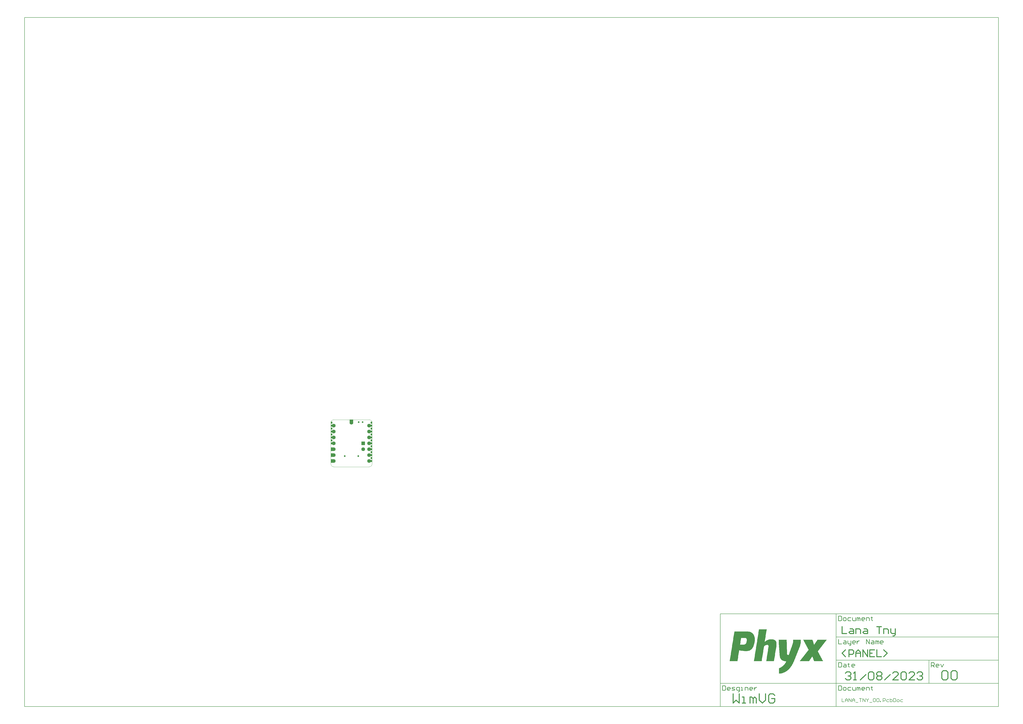
<source format=gbs>
G04*
G04 #@! TF.GenerationSoftware,Altium Limited,Altium Designer,23.8.1 (32)*
G04*
G04 Layer_Color=16711935*
%FSLAX25Y25*%
%MOIN*%
G70*
G04*
G04 #@! TF.SameCoordinates,792C4401-852F-49E4-8EEA-156BCAAEB04F*
G04*
G04*
G04 #@! TF.FilePolarity,Negative*
G04*
G01*
G75*
%ADD10C,0.00984*%
%ADD12C,0.00394*%
%ADD13C,0.00787*%
%ADD16C,0.01575*%
%ADD49C,0.02953*%
%ADD50C,0.02756*%
%ADD51R,0.02894X0.03543*%
%ADD52R,0.06299X0.05394*%
%ADD53C,0.06299*%
%ADD54R,0.06299X0.06299*%
%ADD55R,0.05394X0.06299*%
G36*
X708815Y-279574D02*
X710533D01*
Y-279860D01*
X711392D01*
Y-280146D01*
X712251D01*
Y-280433D01*
X713110D01*
Y-280719D01*
X713683D01*
Y-281005D01*
X713969D01*
Y-281292D01*
X714542D01*
Y-281578D01*
X714828D01*
Y-281864D01*
X715401D01*
Y-282151D01*
X715687D01*
Y-282437D01*
X715973D01*
Y-282723D01*
X716260D01*
Y-283009D01*
X716546D01*
Y-283296D01*
X716832D01*
Y-283582D01*
X717119D01*
Y-283868D01*
Y-284155D01*
X717405D01*
Y-284441D01*
X717691D01*
Y-284727D01*
Y-285014D01*
X717978D01*
Y-285300D01*
X718264D01*
Y-285586D01*
Y-285873D01*
X718550D01*
Y-286159D01*
Y-286445D01*
Y-286732D01*
X718836D01*
Y-287018D01*
Y-287304D01*
Y-287590D01*
X719123D01*
Y-287877D01*
Y-288163D01*
Y-288449D01*
Y-288736D01*
X719409D01*
Y-289022D01*
Y-289308D01*
Y-289595D01*
Y-289881D01*
Y-290167D01*
X719695D01*
Y-290454D01*
Y-290740D01*
Y-291026D01*
Y-291313D01*
Y-291599D01*
Y-291885D01*
Y-292171D01*
Y-292458D01*
Y-292744D01*
Y-293030D01*
Y-293317D01*
Y-293603D01*
Y-293889D01*
Y-294176D01*
Y-294462D01*
Y-294748D01*
Y-295035D01*
Y-295321D01*
Y-295607D01*
Y-295894D01*
X719409D01*
Y-296180D01*
Y-296466D01*
Y-296752D01*
Y-297039D01*
Y-297325D01*
Y-297611D01*
Y-297898D01*
X719123D01*
Y-298184D01*
Y-298470D01*
Y-298757D01*
Y-299043D01*
Y-299329D01*
X718836D01*
Y-299616D01*
Y-299902D01*
Y-300188D01*
Y-300475D01*
Y-300761D01*
X718550D01*
Y-301047D01*
Y-301333D01*
Y-301620D01*
X718264D01*
Y-301906D01*
Y-302192D01*
Y-302479D01*
Y-302765D01*
X717978D01*
Y-303051D01*
Y-303338D01*
Y-303624D01*
X717691D01*
Y-303910D01*
Y-304197D01*
X717405D01*
Y-304483D01*
Y-304769D01*
Y-305055D01*
X717119D01*
Y-305342D01*
Y-305628D01*
X716832D01*
Y-305914D01*
Y-306201D01*
X716546D01*
Y-306487D01*
Y-306773D01*
X716260D01*
Y-307060D01*
X715973D01*
Y-307346D01*
Y-307632D01*
X715687D01*
Y-307919D01*
X715401D01*
Y-308205D01*
X715114D01*
Y-308491D01*
Y-308778D01*
X714828D01*
Y-309064D01*
X714542D01*
Y-309350D01*
X714256D01*
Y-309636D01*
X713969D01*
Y-309923D01*
X713683D01*
Y-310209D01*
X713110D01*
Y-310495D01*
X712824D01*
Y-310782D01*
X712251D01*
Y-311068D01*
X711965D01*
Y-311354D01*
X711392D01*
Y-311641D01*
X710533D01*
Y-311927D01*
X709674D01*
Y-312213D01*
X708815D01*
Y-312500D01*
X707098D01*
Y-312786D01*
X701944D01*
Y-312500D01*
X699367D01*
Y-312213D01*
X697363D01*
Y-311927D01*
X695931D01*
Y-311641D01*
X694500D01*
Y-311354D01*
X693068D01*
Y-311641D01*
Y-311927D01*
Y-312213D01*
Y-312500D01*
Y-312786D01*
Y-313072D01*
Y-313359D01*
X692782D01*
Y-313645D01*
Y-313931D01*
Y-314217D01*
Y-314504D01*
Y-314790D01*
Y-315076D01*
X692496D01*
Y-315363D01*
Y-315649D01*
Y-315935D01*
Y-316222D01*
Y-316508D01*
Y-316794D01*
X692209D01*
Y-317081D01*
Y-317367D01*
Y-317653D01*
Y-317940D01*
Y-318226D01*
Y-318512D01*
Y-318798D01*
X691923D01*
Y-319085D01*
Y-319371D01*
Y-319657D01*
Y-319944D01*
Y-320230D01*
Y-320516D01*
X691637D01*
Y-320803D01*
Y-321089D01*
Y-321375D01*
Y-321662D01*
Y-321948D01*
Y-322234D01*
X691350D01*
Y-322521D01*
Y-322807D01*
Y-323093D01*
Y-323379D01*
Y-323666D01*
Y-323952D01*
Y-324238D01*
X691064D01*
Y-324525D01*
Y-324811D01*
Y-325097D01*
Y-325384D01*
Y-325670D01*
Y-325956D01*
X690778D01*
Y-326243D01*
Y-326529D01*
Y-326815D01*
Y-327102D01*
Y-327388D01*
Y-327674D01*
X690491D01*
Y-327960D01*
Y-328247D01*
Y-328533D01*
Y-328819D01*
Y-329106D01*
Y-329392D01*
Y-329678D01*
X677035D01*
Y-329392D01*
X677321D01*
Y-329106D01*
Y-328819D01*
Y-328533D01*
Y-328247D01*
Y-327960D01*
X677607D01*
Y-327674D01*
Y-327388D01*
Y-327102D01*
Y-326815D01*
Y-326529D01*
Y-326243D01*
Y-325956D01*
X677894D01*
Y-325670D01*
Y-325384D01*
Y-325097D01*
Y-324811D01*
Y-324525D01*
Y-324238D01*
X678180D01*
Y-323952D01*
Y-323666D01*
Y-323379D01*
Y-323093D01*
Y-322807D01*
Y-322521D01*
X678466D01*
Y-322234D01*
Y-321948D01*
Y-321662D01*
Y-321375D01*
Y-321089D01*
Y-320803D01*
Y-320516D01*
X678753D01*
Y-320230D01*
Y-319944D01*
Y-319657D01*
Y-319371D01*
Y-319085D01*
Y-318798D01*
X679039D01*
Y-318512D01*
Y-318226D01*
Y-317940D01*
Y-317653D01*
Y-317367D01*
Y-317081D01*
X679325D01*
Y-316794D01*
Y-316508D01*
Y-316222D01*
Y-315935D01*
Y-315649D01*
Y-315363D01*
X679612D01*
Y-315076D01*
Y-314790D01*
Y-314504D01*
Y-314217D01*
Y-313931D01*
Y-313645D01*
Y-313359D01*
X679898D01*
Y-313072D01*
Y-312786D01*
Y-312500D01*
Y-312213D01*
Y-311927D01*
Y-311641D01*
X680184D01*
Y-311354D01*
Y-311068D01*
Y-310782D01*
Y-310495D01*
Y-310209D01*
Y-309923D01*
X680471D01*
Y-309636D01*
Y-309350D01*
Y-309064D01*
Y-308778D01*
Y-308491D01*
Y-308205D01*
X680757D01*
Y-307919D01*
Y-307632D01*
Y-307346D01*
Y-307060D01*
Y-306773D01*
Y-306487D01*
Y-306201D01*
X681043D01*
Y-305914D01*
Y-305628D01*
Y-305342D01*
Y-305055D01*
Y-304769D01*
Y-304483D01*
X681329D01*
Y-304197D01*
Y-303910D01*
Y-303624D01*
Y-303338D01*
Y-303051D01*
Y-302765D01*
X681616D01*
Y-302479D01*
Y-302192D01*
Y-301906D01*
Y-301620D01*
Y-301333D01*
Y-301047D01*
Y-300761D01*
X681902D01*
Y-300475D01*
Y-300188D01*
Y-299902D01*
Y-299616D01*
Y-299329D01*
Y-299043D01*
X682188D01*
Y-298757D01*
Y-298470D01*
Y-298184D01*
Y-297898D01*
Y-297611D01*
Y-297325D01*
X682475D01*
Y-297039D01*
Y-296752D01*
Y-296466D01*
Y-296180D01*
Y-295894D01*
Y-295607D01*
X682761D01*
Y-295321D01*
Y-295035D01*
Y-294748D01*
Y-294462D01*
Y-294176D01*
Y-293889D01*
Y-293603D01*
X683047D01*
Y-293317D01*
Y-293030D01*
Y-292744D01*
Y-292458D01*
Y-292171D01*
Y-291885D01*
X683334D01*
Y-291599D01*
Y-291313D01*
Y-291026D01*
Y-290740D01*
Y-290454D01*
Y-290167D01*
X683620D01*
Y-289881D01*
Y-289595D01*
Y-289308D01*
Y-289022D01*
Y-288736D01*
Y-288449D01*
Y-288163D01*
X683906D01*
Y-287877D01*
Y-287590D01*
Y-287304D01*
Y-287018D01*
Y-286732D01*
Y-286445D01*
X684193D01*
Y-286159D01*
Y-285873D01*
Y-285586D01*
Y-285300D01*
Y-285014D01*
Y-284727D01*
X684479D01*
Y-284441D01*
Y-284155D01*
Y-283868D01*
Y-283582D01*
Y-283296D01*
Y-283009D01*
Y-282723D01*
X684765D01*
Y-282437D01*
Y-282151D01*
Y-281864D01*
Y-281578D01*
Y-281292D01*
Y-281005D01*
X685052D01*
Y-280719D01*
Y-280433D01*
Y-280146D01*
Y-279860D01*
Y-279574D01*
Y-279287D01*
X708815D01*
Y-279574D01*
D02*
G37*
G36*
X740024Y-276138D02*
Y-276424D01*
X739737D01*
Y-276711D01*
Y-276997D01*
Y-277283D01*
Y-277570D01*
Y-277856D01*
Y-278142D01*
X739451D01*
Y-278428D01*
Y-278715D01*
Y-279001D01*
Y-279287D01*
Y-279574D01*
Y-279860D01*
X739165D01*
Y-280146D01*
Y-280433D01*
Y-280719D01*
Y-281005D01*
Y-281292D01*
Y-281578D01*
Y-281864D01*
X738878D01*
Y-282151D01*
Y-282437D01*
Y-282723D01*
Y-283009D01*
Y-283296D01*
Y-283582D01*
X738592D01*
Y-283868D01*
Y-284155D01*
Y-284441D01*
Y-284727D01*
Y-285014D01*
Y-285300D01*
X738306D01*
Y-285586D01*
Y-285873D01*
Y-286159D01*
Y-286445D01*
Y-286732D01*
Y-287018D01*
Y-287304D01*
X738019D01*
Y-287590D01*
Y-287877D01*
Y-288163D01*
Y-288449D01*
Y-288736D01*
Y-289022D01*
X737733D01*
Y-289308D01*
Y-289595D01*
Y-289881D01*
Y-290167D01*
Y-290454D01*
Y-290740D01*
X737447D01*
Y-291026D01*
Y-291313D01*
Y-291599D01*
Y-291885D01*
Y-292171D01*
Y-292458D01*
X737160D01*
Y-292744D01*
Y-293030D01*
Y-293317D01*
Y-293603D01*
Y-293889D01*
Y-294176D01*
Y-294462D01*
X736874D01*
Y-294748D01*
Y-295035D01*
Y-295321D01*
Y-295607D01*
Y-295894D01*
Y-296180D01*
X736588D01*
Y-296466D01*
Y-296752D01*
X737160D01*
Y-296466D01*
X737447D01*
Y-296180D01*
X737733D01*
Y-295894D01*
X738306D01*
Y-295607D01*
X738592D01*
Y-295321D01*
X738878D01*
Y-295035D01*
X739451D01*
Y-294748D01*
X740024D01*
Y-294462D01*
X740310D01*
Y-294176D01*
X740882D01*
Y-293889D01*
X741742D01*
Y-293603D01*
X742314D01*
Y-293317D01*
X743173D01*
Y-293030D01*
X744605D01*
Y-292744D01*
X750904D01*
Y-293030D01*
X752049D01*
Y-293317D01*
X752908D01*
Y-293603D01*
X753480D01*
Y-293889D01*
X753767D01*
Y-294176D01*
X754339D01*
Y-294462D01*
X754626D01*
Y-294748D01*
X754912D01*
Y-295035D01*
X755198D01*
Y-295321D01*
X755484D01*
Y-295607D01*
Y-295894D01*
X755771D01*
Y-296180D01*
Y-296466D01*
X756057D01*
Y-296752D01*
Y-297039D01*
Y-297325D01*
X756344D01*
Y-297611D01*
Y-297898D01*
Y-298184D01*
Y-298470D01*
X756630D01*
Y-298757D01*
Y-299043D01*
Y-299329D01*
Y-299616D01*
Y-299902D01*
Y-300188D01*
Y-300475D01*
Y-300761D01*
Y-301047D01*
Y-301333D01*
Y-301620D01*
Y-301906D01*
Y-302192D01*
Y-302479D01*
Y-302765D01*
Y-303051D01*
Y-303338D01*
Y-303624D01*
X756344D01*
Y-303910D01*
Y-304197D01*
Y-304483D01*
Y-304769D01*
Y-305055D01*
Y-305342D01*
Y-305628D01*
X756057D01*
Y-305914D01*
Y-306201D01*
Y-306487D01*
Y-306773D01*
Y-307060D01*
Y-307346D01*
Y-307632D01*
X755771D01*
Y-307919D01*
Y-308205D01*
Y-308491D01*
Y-308778D01*
Y-309064D01*
Y-309350D01*
X755484D01*
Y-309636D01*
Y-309923D01*
Y-310209D01*
Y-310495D01*
Y-310782D01*
Y-311068D01*
X755198D01*
Y-311354D01*
Y-311641D01*
Y-311927D01*
Y-312213D01*
Y-312500D01*
Y-312786D01*
X754912D01*
Y-313072D01*
Y-313359D01*
Y-313645D01*
Y-313931D01*
Y-314217D01*
Y-314504D01*
Y-314790D01*
X754626D01*
Y-315076D01*
Y-315363D01*
Y-315649D01*
Y-315935D01*
Y-316222D01*
Y-316508D01*
X754339D01*
Y-316794D01*
Y-317081D01*
Y-317367D01*
Y-317653D01*
Y-317940D01*
Y-318226D01*
X754053D01*
Y-318512D01*
Y-318798D01*
Y-319085D01*
Y-319371D01*
Y-319657D01*
Y-319944D01*
Y-320230D01*
X753767D01*
Y-320516D01*
Y-320803D01*
Y-321089D01*
Y-321375D01*
Y-321662D01*
Y-321948D01*
X753480D01*
Y-322234D01*
Y-322521D01*
Y-322807D01*
Y-323093D01*
Y-323379D01*
Y-323666D01*
X753194D01*
Y-323952D01*
Y-324238D01*
Y-324525D01*
Y-324811D01*
Y-325097D01*
Y-325384D01*
X752908D01*
Y-325670D01*
Y-325956D01*
Y-326243D01*
Y-326529D01*
Y-326815D01*
Y-327102D01*
Y-327388D01*
X752621D01*
Y-327674D01*
Y-327960D01*
Y-328247D01*
Y-328533D01*
Y-328819D01*
Y-329106D01*
X752335D01*
Y-329392D01*
Y-329678D01*
X739165D01*
Y-329392D01*
Y-329106D01*
X739451D01*
Y-328819D01*
Y-328533D01*
Y-328247D01*
Y-327960D01*
Y-327674D01*
Y-327388D01*
X739737D01*
Y-327102D01*
Y-326815D01*
Y-326529D01*
Y-326243D01*
Y-325956D01*
Y-325670D01*
Y-325384D01*
X740024D01*
Y-325097D01*
Y-324811D01*
Y-324525D01*
Y-324238D01*
Y-323952D01*
Y-323666D01*
X740310D01*
Y-323379D01*
Y-323093D01*
Y-322807D01*
Y-322521D01*
Y-322234D01*
Y-321948D01*
X740596D01*
Y-321662D01*
Y-321375D01*
Y-321089D01*
Y-320803D01*
Y-320516D01*
Y-320230D01*
Y-319944D01*
X740882D01*
Y-319657D01*
Y-319371D01*
Y-319085D01*
Y-318798D01*
Y-318512D01*
Y-318226D01*
X741169D01*
Y-317940D01*
Y-317653D01*
Y-317367D01*
Y-317081D01*
Y-316794D01*
Y-316508D01*
Y-316222D01*
X741455D01*
Y-315935D01*
Y-315649D01*
Y-315363D01*
Y-315076D01*
Y-314790D01*
Y-314504D01*
X741742D01*
Y-314217D01*
Y-313931D01*
Y-313645D01*
Y-313359D01*
Y-313072D01*
Y-312786D01*
X742028D01*
Y-312500D01*
Y-312213D01*
Y-311927D01*
Y-311641D01*
Y-311354D01*
Y-311068D01*
X742314D01*
Y-310782D01*
Y-310495D01*
Y-310209D01*
Y-309923D01*
Y-309636D01*
Y-309350D01*
Y-309064D01*
X742600D01*
Y-308778D01*
Y-308491D01*
Y-308205D01*
Y-307919D01*
Y-307632D01*
Y-307346D01*
X742887D01*
Y-307060D01*
Y-306773D01*
Y-306487D01*
Y-306201D01*
Y-305914D01*
Y-305628D01*
Y-305342D01*
X743173D01*
Y-305055D01*
Y-304769D01*
Y-304483D01*
Y-304197D01*
Y-303910D01*
Y-303624D01*
X742887D01*
Y-303338D01*
Y-303051D01*
X742600D01*
Y-302765D01*
X742314D01*
Y-302479D01*
X741742D01*
Y-302192D01*
X740024D01*
Y-302479D01*
X738592D01*
Y-302765D01*
X737733D01*
Y-303051D01*
X737160D01*
Y-303338D01*
X736874D01*
Y-303624D01*
X736302D01*
Y-303910D01*
X736015D01*
Y-304197D01*
X735729D01*
Y-304483D01*
Y-304769D01*
X735443D01*
Y-305055D01*
Y-305342D01*
Y-305628D01*
X735156D01*
Y-305914D01*
Y-306201D01*
Y-306487D01*
Y-306773D01*
Y-307060D01*
Y-307346D01*
X734870D01*
Y-307632D01*
Y-307919D01*
Y-308205D01*
Y-308491D01*
Y-308778D01*
Y-309064D01*
Y-309350D01*
X734584D01*
Y-309636D01*
Y-309923D01*
Y-310209D01*
Y-310495D01*
Y-310782D01*
Y-311068D01*
X734297D01*
Y-311354D01*
Y-311641D01*
Y-311927D01*
Y-312213D01*
Y-312500D01*
Y-312786D01*
X734011D01*
Y-313072D01*
Y-313359D01*
Y-313645D01*
Y-313931D01*
Y-314217D01*
Y-314504D01*
X733725D01*
Y-314790D01*
Y-315076D01*
Y-315363D01*
Y-315649D01*
Y-315935D01*
Y-316222D01*
Y-316508D01*
X733438D01*
Y-316794D01*
Y-317081D01*
Y-317367D01*
Y-317653D01*
Y-317940D01*
Y-318226D01*
X733152D01*
Y-318512D01*
Y-318798D01*
Y-319085D01*
Y-319371D01*
Y-319657D01*
Y-319944D01*
X732866D01*
Y-320230D01*
Y-320516D01*
Y-320803D01*
Y-321089D01*
Y-321375D01*
Y-321662D01*
Y-321948D01*
X732580D01*
Y-322234D01*
Y-322521D01*
Y-322807D01*
Y-323093D01*
Y-323379D01*
Y-323666D01*
X732293D01*
Y-323952D01*
Y-324238D01*
Y-324525D01*
Y-324811D01*
Y-325097D01*
Y-325384D01*
X732007D01*
Y-325670D01*
Y-325956D01*
Y-326243D01*
Y-326529D01*
Y-326815D01*
Y-327102D01*
X731720D01*
Y-327388D01*
Y-327674D01*
Y-327960D01*
Y-328247D01*
Y-328533D01*
Y-328819D01*
Y-329106D01*
X731434D01*
Y-329392D01*
Y-329678D01*
X718264D01*
Y-329392D01*
Y-329106D01*
X718550D01*
Y-328819D01*
Y-328533D01*
Y-328247D01*
Y-327960D01*
Y-327674D01*
Y-327388D01*
Y-327102D01*
X718836D01*
Y-326815D01*
Y-326529D01*
Y-326243D01*
Y-325956D01*
Y-325670D01*
Y-325384D01*
X719123D01*
Y-325097D01*
Y-324811D01*
Y-324525D01*
Y-324238D01*
Y-323952D01*
Y-323666D01*
X719409D01*
Y-323379D01*
Y-323093D01*
Y-322807D01*
Y-322521D01*
Y-322234D01*
Y-321948D01*
Y-321662D01*
X719695D01*
Y-321375D01*
Y-321089D01*
Y-320803D01*
Y-320516D01*
Y-320230D01*
Y-319944D01*
X719982D01*
Y-319657D01*
Y-319371D01*
Y-319085D01*
Y-318798D01*
Y-318512D01*
Y-318226D01*
X720268D01*
Y-317940D01*
Y-317653D01*
Y-317367D01*
Y-317081D01*
Y-316794D01*
Y-316508D01*
X720554D01*
Y-316222D01*
Y-315935D01*
Y-315649D01*
Y-315363D01*
Y-315076D01*
Y-314790D01*
Y-314504D01*
X720841D01*
Y-314217D01*
Y-313931D01*
Y-313645D01*
Y-313359D01*
Y-313072D01*
Y-312786D01*
X721127D01*
Y-312500D01*
Y-312213D01*
Y-311927D01*
Y-311641D01*
Y-311354D01*
Y-311068D01*
X721413D01*
Y-310782D01*
Y-310495D01*
Y-310209D01*
Y-309923D01*
Y-309636D01*
Y-309350D01*
Y-309064D01*
X721700D01*
Y-308778D01*
Y-308491D01*
Y-308205D01*
Y-307919D01*
Y-307632D01*
Y-307346D01*
X721986D01*
Y-307060D01*
Y-306773D01*
Y-306487D01*
Y-306201D01*
Y-305914D01*
Y-305628D01*
X722272D01*
Y-305342D01*
Y-305055D01*
Y-304769D01*
Y-304483D01*
Y-304197D01*
Y-303910D01*
X722558D01*
Y-303624D01*
Y-303338D01*
Y-303051D01*
Y-302765D01*
Y-302479D01*
Y-302192D01*
Y-301906D01*
X722845D01*
Y-301620D01*
Y-301333D01*
Y-301047D01*
Y-300761D01*
Y-300475D01*
Y-300188D01*
X723131D01*
Y-299902D01*
Y-299616D01*
Y-299329D01*
Y-299043D01*
Y-298757D01*
Y-298470D01*
X723418D01*
Y-298184D01*
Y-297898D01*
Y-297611D01*
Y-297325D01*
Y-297039D01*
Y-296752D01*
X723704D01*
Y-296466D01*
Y-296180D01*
Y-295894D01*
Y-295607D01*
Y-295321D01*
Y-295035D01*
Y-294748D01*
X723990D01*
Y-294462D01*
Y-294176D01*
Y-293889D01*
Y-293603D01*
Y-293317D01*
Y-293030D01*
X724276D01*
Y-292744D01*
Y-292458D01*
Y-292171D01*
Y-291885D01*
Y-291599D01*
Y-291313D01*
X724563D01*
Y-291026D01*
Y-290740D01*
Y-290454D01*
Y-290167D01*
Y-289881D01*
Y-289595D01*
Y-289308D01*
X724849D01*
Y-289022D01*
Y-288736D01*
Y-288449D01*
Y-288163D01*
Y-287877D01*
Y-287590D01*
X725135D01*
Y-287304D01*
Y-287018D01*
Y-286732D01*
Y-286445D01*
Y-286159D01*
Y-285873D01*
X725422D01*
Y-285586D01*
Y-285300D01*
Y-285014D01*
Y-284727D01*
Y-284441D01*
Y-284155D01*
X725708D01*
Y-283868D01*
Y-283582D01*
Y-283296D01*
Y-283009D01*
Y-282723D01*
Y-282437D01*
Y-282151D01*
X725994D01*
Y-281864D01*
Y-281578D01*
Y-281292D01*
Y-281005D01*
Y-280719D01*
Y-280433D01*
X726281D01*
Y-280146D01*
Y-279860D01*
Y-279574D01*
Y-279287D01*
Y-279001D01*
Y-278715D01*
X726567D01*
Y-278428D01*
Y-278142D01*
Y-277856D01*
Y-277570D01*
Y-277283D01*
Y-276997D01*
Y-276711D01*
X726853D01*
Y-276424D01*
Y-276138D01*
Y-275852D01*
X740024D01*
Y-276138D01*
D02*
G37*
G36*
X841951Y-293603D02*
X841665D01*
Y-293889D01*
X841378D01*
Y-294176D01*
Y-294462D01*
X841092D01*
Y-294748D01*
X840806D01*
Y-295035D01*
X840519D01*
Y-295321D01*
Y-295607D01*
X840233D01*
Y-295894D01*
X839947D01*
Y-296180D01*
X839660D01*
Y-296466D01*
X839374D01*
Y-296752D01*
Y-297039D01*
X839088D01*
Y-297325D01*
X838801D01*
Y-297611D01*
X838515D01*
Y-297898D01*
Y-298184D01*
X838229D01*
Y-298470D01*
X837943D01*
Y-298757D01*
X837656D01*
Y-299043D01*
X837370D01*
Y-299329D01*
Y-299616D01*
X837084D01*
Y-299902D01*
X836797D01*
Y-300188D01*
X836511D01*
Y-300475D01*
Y-300761D01*
X836225D01*
Y-301047D01*
X835938D01*
Y-301333D01*
X835652D01*
Y-301620D01*
Y-301906D01*
X835366D01*
Y-302192D01*
X835079D01*
Y-302479D01*
X834793D01*
Y-302765D01*
X834507D01*
Y-303051D01*
Y-303338D01*
X834221D01*
Y-303624D01*
X833934D01*
Y-303910D01*
X833648D01*
Y-304197D01*
Y-304483D01*
X833362D01*
Y-304769D01*
X833075D01*
Y-305055D01*
X832789D01*
Y-305342D01*
Y-305628D01*
X832503D01*
Y-305914D01*
X832216D01*
Y-306201D01*
X831930D01*
Y-306487D01*
X831644D01*
Y-306773D01*
Y-307060D01*
X831357D01*
Y-307346D01*
X831071D01*
Y-307632D01*
X830785D01*
Y-307919D01*
Y-308205D01*
X830499D01*
Y-308491D01*
X830212D01*
Y-308778D01*
X829926D01*
Y-309064D01*
Y-309350D01*
X829640D01*
Y-309636D01*
X829353D01*
Y-309923D01*
X829067D01*
Y-310209D01*
X828781D01*
Y-310495D01*
Y-310782D01*
X828494D01*
Y-311068D01*
X828208D01*
Y-311354D01*
X827922D01*
Y-311641D01*
Y-311927D01*
X827635D01*
Y-312213D01*
X827349D01*
Y-312500D01*
X827063D01*
Y-312786D01*
X826776D01*
Y-313072D01*
Y-313359D01*
X827063D01*
Y-313645D01*
Y-313931D01*
X827349D01*
Y-314217D01*
Y-314504D01*
X827635D01*
Y-314790D01*
X827922D01*
Y-315076D01*
Y-315363D01*
X828208D01*
Y-315649D01*
Y-315935D01*
X828494D01*
Y-316222D01*
Y-316508D01*
X828781D01*
Y-316794D01*
Y-317081D01*
X829067D01*
Y-317367D01*
Y-317653D01*
X829353D01*
Y-317940D01*
Y-318226D01*
X829640D01*
Y-318512D01*
Y-318798D01*
X829926D01*
Y-319085D01*
Y-319371D01*
X830212D01*
Y-319657D01*
X830499D01*
Y-319944D01*
Y-320230D01*
X830785D01*
Y-320516D01*
Y-320803D01*
X831071D01*
Y-321089D01*
Y-321375D01*
X831357D01*
Y-321662D01*
Y-321948D01*
X831644D01*
Y-322234D01*
Y-322521D01*
X831930D01*
Y-322807D01*
Y-323093D01*
X832216D01*
Y-323379D01*
Y-323666D01*
X832503D01*
Y-323952D01*
X832789D01*
Y-324238D01*
Y-324525D01*
X833075D01*
Y-324811D01*
Y-325097D01*
X833362D01*
Y-325384D01*
Y-325670D01*
X833648D01*
Y-325956D01*
Y-326243D01*
X833934D01*
Y-326529D01*
Y-326815D01*
X834221D01*
Y-327102D01*
Y-327388D01*
X834507D01*
Y-327674D01*
Y-327960D01*
X834793D01*
Y-328247D01*
X835079D01*
Y-328533D01*
Y-328819D01*
X835366D01*
Y-329106D01*
Y-329392D01*
X835652D01*
Y-329678D01*
X820477D01*
Y-329392D01*
X820191D01*
Y-329106D01*
Y-328819D01*
Y-328533D01*
X819905D01*
Y-328247D01*
Y-327960D01*
Y-327674D01*
X819619D01*
Y-327388D01*
Y-327102D01*
X819332D01*
Y-326815D01*
Y-326529D01*
Y-326243D01*
X819046D01*
Y-325956D01*
Y-325670D01*
Y-325384D01*
X818760D01*
Y-325097D01*
Y-324811D01*
X818473D01*
Y-324525D01*
Y-324238D01*
Y-323952D01*
X818187D01*
Y-323666D01*
Y-323379D01*
Y-323093D01*
X817901D01*
Y-322807D01*
Y-322521D01*
Y-322234D01*
X817614D01*
Y-321948D01*
X817042D01*
Y-322234D01*
Y-322521D01*
X816755D01*
Y-322807D01*
X816469D01*
Y-323093D01*
Y-323379D01*
X816183D01*
Y-323666D01*
X815897D01*
Y-323952D01*
Y-324238D01*
X815610D01*
Y-324525D01*
X815324D01*
Y-324811D01*
Y-325097D01*
X815038D01*
Y-325384D01*
X814751D01*
Y-325670D01*
X814465D01*
Y-325956D01*
Y-326243D01*
X814179D01*
Y-326529D01*
X813892D01*
Y-326815D01*
Y-327102D01*
X813606D01*
Y-327388D01*
X813320D01*
Y-327674D01*
Y-327960D01*
X813033D01*
Y-328247D01*
X812747D01*
Y-328533D01*
Y-328819D01*
X812461D01*
Y-329106D01*
X812174D01*
Y-329392D01*
Y-329678D01*
X796141D01*
Y-329392D01*
X796427D01*
Y-329106D01*
X796714D01*
Y-328819D01*
X797000D01*
Y-328533D01*
X797286D01*
Y-328247D01*
Y-327960D01*
X797573D01*
Y-327674D01*
X797859D01*
Y-327388D01*
X798145D01*
Y-327102D01*
X798431D01*
Y-326815D01*
Y-326529D01*
X798718D01*
Y-326243D01*
X799004D01*
Y-325956D01*
X799290D01*
Y-325670D01*
Y-325384D01*
X799577D01*
Y-325097D01*
X799863D01*
Y-324811D01*
X800149D01*
Y-324525D01*
X800436D01*
Y-324238D01*
Y-323952D01*
X800722D01*
Y-323666D01*
X801008D01*
Y-323379D01*
X801295D01*
Y-323093D01*
X801581D01*
Y-322807D01*
Y-322521D01*
X801867D01*
Y-322234D01*
X802153D01*
Y-321948D01*
X802440D01*
Y-321662D01*
Y-321375D01*
X802726D01*
Y-321089D01*
X803012D01*
Y-320803D01*
X803299D01*
Y-320516D01*
X803585D01*
Y-320230D01*
Y-319944D01*
X803871D01*
Y-319657D01*
X804158D01*
Y-319371D01*
X804444D01*
Y-319085D01*
Y-318798D01*
X804730D01*
Y-318512D01*
X805017D01*
Y-318226D01*
X805303D01*
Y-317940D01*
X805589D01*
Y-317653D01*
Y-317367D01*
X805876D01*
Y-317081D01*
X806162D01*
Y-316794D01*
X806448D01*
Y-316508D01*
Y-316222D01*
X806734D01*
Y-315935D01*
X807021D01*
Y-315649D01*
X807307D01*
Y-315363D01*
X807594D01*
Y-315076D01*
Y-314790D01*
X807880D01*
Y-314504D01*
X808166D01*
Y-314217D01*
X808452D01*
Y-313931D01*
X808739D01*
Y-313645D01*
Y-313359D01*
X809025D01*
Y-313072D01*
X809311D01*
Y-312786D01*
X809598D01*
Y-312500D01*
Y-312213D01*
X809884D01*
Y-311927D01*
X810170D01*
Y-311641D01*
X810457D01*
Y-311354D01*
X810743D01*
Y-311068D01*
Y-310782D01*
X811029D01*
Y-310495D01*
Y-310209D01*
Y-309923D01*
X810743D01*
Y-309636D01*
X810457D01*
Y-309350D01*
Y-309064D01*
X810170D01*
Y-308778D01*
Y-308491D01*
X809884D01*
Y-308205D01*
Y-307919D01*
X809598D01*
Y-307632D01*
Y-307346D01*
X809311D01*
Y-307060D01*
Y-306773D01*
X809025D01*
Y-306487D01*
Y-306201D01*
X808739D01*
Y-305914D01*
X808452D01*
Y-305628D01*
Y-305342D01*
X808166D01*
Y-305055D01*
Y-304769D01*
X807880D01*
Y-304483D01*
Y-304197D01*
X807594D01*
Y-303910D01*
Y-303624D01*
X807307D01*
Y-303338D01*
Y-303051D01*
X807021D01*
Y-302765D01*
Y-302479D01*
X806734D01*
Y-302192D01*
X806448D01*
Y-301906D01*
Y-301620D01*
X806162D01*
Y-301333D01*
Y-301047D01*
X805876D01*
Y-300761D01*
Y-300475D01*
X805589D01*
Y-300188D01*
Y-299902D01*
X805303D01*
Y-299616D01*
Y-299329D01*
X805017D01*
Y-299043D01*
Y-298757D01*
X804730D01*
Y-298470D01*
Y-298184D01*
X804444D01*
Y-297898D01*
X804158D01*
Y-297611D01*
Y-297325D01*
X803871D01*
Y-297039D01*
Y-296752D01*
X803585D01*
Y-296466D01*
Y-296180D01*
X803299D01*
Y-295894D01*
Y-295607D01*
X803012D01*
Y-295321D01*
Y-295035D01*
X802726D01*
Y-294748D01*
Y-294462D01*
X802440D01*
Y-294176D01*
X802153D01*
Y-293889D01*
Y-293603D01*
X801867D01*
Y-293317D01*
X817614D01*
Y-293603D01*
X817901D01*
Y-293889D01*
Y-294176D01*
Y-294462D01*
X818187D01*
Y-294748D01*
Y-295035D01*
Y-295321D01*
X818473D01*
Y-295607D01*
Y-295894D01*
Y-296180D01*
X818760D01*
Y-296466D01*
Y-296752D01*
Y-297039D01*
X819046D01*
Y-297325D01*
Y-297611D01*
Y-297898D01*
X819332D01*
Y-298184D01*
Y-298470D01*
Y-298757D01*
X819619D01*
Y-299043D01*
Y-299329D01*
Y-299616D01*
X819905D01*
Y-299902D01*
Y-300188D01*
Y-300475D01*
X820191D01*
Y-300761D01*
Y-301047D01*
Y-301333D01*
Y-301620D01*
X820764D01*
Y-301333D01*
X821050D01*
Y-301047D01*
X821336D01*
Y-300761D01*
Y-300475D01*
X821623D01*
Y-300188D01*
X821909D01*
Y-299902D01*
Y-299616D01*
X822195D01*
Y-299329D01*
X822482D01*
Y-299043D01*
Y-298757D01*
X822768D01*
Y-298470D01*
X823054D01*
Y-298184D01*
Y-297898D01*
X823341D01*
Y-297611D01*
X823627D01*
Y-297325D01*
Y-297039D01*
X823913D01*
Y-296752D01*
X824200D01*
Y-296466D01*
Y-296180D01*
X824486D01*
Y-295894D01*
X824772D01*
Y-295607D01*
Y-295321D01*
X825058D01*
Y-295035D01*
X825345D01*
Y-294748D01*
Y-294462D01*
X825631D01*
Y-294176D01*
X825918D01*
Y-293889D01*
Y-293603D01*
X826204D01*
Y-293317D01*
X841951D01*
Y-293603D01*
D02*
G37*
G36*
X797859D02*
Y-293889D01*
Y-294176D01*
Y-294462D01*
Y-294748D01*
Y-295035D01*
Y-295321D01*
Y-295607D01*
Y-295894D01*
Y-296180D01*
Y-296466D01*
Y-296752D01*
Y-297039D01*
Y-297325D01*
Y-297611D01*
Y-297898D01*
Y-298184D01*
Y-298470D01*
Y-298757D01*
Y-299043D01*
Y-299329D01*
X797573D01*
Y-299616D01*
Y-299902D01*
Y-300188D01*
Y-300475D01*
Y-300761D01*
X797286D01*
Y-301047D01*
Y-301333D01*
Y-301620D01*
Y-301906D01*
X797000D01*
Y-302192D01*
Y-302479D01*
Y-302765D01*
Y-303051D01*
X796714D01*
Y-303338D01*
Y-303624D01*
Y-303910D01*
X796427D01*
Y-304197D01*
Y-304483D01*
Y-304769D01*
X796141D01*
Y-305055D01*
Y-305342D01*
Y-305628D01*
X795855D01*
Y-305914D01*
Y-306201D01*
Y-306487D01*
X795568D01*
Y-306773D01*
Y-307060D01*
X795282D01*
Y-307346D01*
Y-307632D01*
X794996D01*
Y-307919D01*
Y-308205D01*
Y-308491D01*
X794709D01*
Y-308778D01*
Y-309064D01*
X794423D01*
Y-309350D01*
Y-309636D01*
Y-309923D01*
X794137D01*
Y-310209D01*
Y-310495D01*
X793850D01*
Y-310782D01*
Y-311068D01*
Y-311354D01*
X793564D01*
Y-311641D01*
Y-311927D01*
X793278D01*
Y-312213D01*
Y-312500D01*
Y-312786D01*
X792991D01*
Y-313072D01*
Y-313359D01*
X792705D01*
Y-313645D01*
Y-313931D01*
Y-314217D01*
X792419D01*
Y-314504D01*
Y-314790D01*
X792133D01*
Y-315076D01*
Y-315363D01*
Y-315649D01*
X791846D01*
Y-315935D01*
Y-316222D01*
X791560D01*
Y-316508D01*
Y-316794D01*
Y-317081D01*
X791274D01*
Y-317367D01*
Y-317653D01*
X790987D01*
Y-317940D01*
Y-318226D01*
Y-318512D01*
X790701D01*
Y-318798D01*
Y-319085D01*
X790415D01*
Y-319371D01*
Y-319657D01*
Y-319944D01*
X790128D01*
Y-320230D01*
Y-320516D01*
X789842D01*
Y-320803D01*
Y-321089D01*
Y-321375D01*
X789556D01*
Y-321662D01*
Y-321948D01*
X789269D01*
Y-322234D01*
Y-322521D01*
Y-322807D01*
X788983D01*
Y-323093D01*
Y-323379D01*
X788697D01*
Y-323666D01*
Y-323952D01*
Y-324238D01*
X788411D01*
Y-324525D01*
Y-324811D01*
X788124D01*
Y-325097D01*
Y-325384D01*
Y-325670D01*
X787838D01*
Y-325956D01*
Y-326243D01*
X787552D01*
Y-326529D01*
Y-326815D01*
Y-327102D01*
X787265D01*
Y-327388D01*
Y-327674D01*
X786979D01*
Y-327960D01*
Y-328247D01*
Y-328533D01*
X786693D01*
Y-328819D01*
Y-329106D01*
X786406D01*
Y-329392D01*
Y-329678D01*
Y-329965D01*
X786120D01*
Y-330251D01*
Y-330537D01*
X785834D01*
Y-330824D01*
Y-331110D01*
X785547D01*
Y-331396D01*
Y-331683D01*
X785261D01*
Y-331969D01*
Y-332255D01*
Y-332542D01*
X784975D01*
Y-332828D01*
X784688D01*
Y-333114D01*
Y-333401D01*
Y-333687D01*
X784402D01*
Y-333973D01*
X784116D01*
Y-334259D01*
Y-334546D01*
X783829D01*
Y-334832D01*
Y-335118D01*
X783543D01*
Y-335405D01*
Y-335691D01*
X783257D01*
Y-335977D01*
Y-336264D01*
X782971D01*
Y-336550D01*
X782684D01*
Y-336836D01*
Y-337123D01*
X782398D01*
Y-337409D01*
Y-337695D01*
X782112D01*
Y-337982D01*
X781825D01*
Y-338268D01*
X781539D01*
Y-338554D01*
Y-338840D01*
X781253D01*
Y-339127D01*
X780966D01*
Y-339413D01*
Y-339699D01*
X780680D01*
Y-339986D01*
X780394D01*
Y-340272D01*
X780107D01*
Y-340558D01*
Y-340845D01*
X779821D01*
Y-341131D01*
X779535D01*
Y-341417D01*
X779249D01*
Y-341704D01*
X778962D01*
Y-341990D01*
X778676D01*
Y-342276D01*
Y-342563D01*
X778390D01*
Y-342849D01*
X778103D01*
Y-343135D01*
X777817D01*
Y-343421D01*
X777531D01*
Y-343708D01*
X777244D01*
Y-343994D01*
X776958D01*
Y-344280D01*
X776672D01*
Y-344567D01*
X776099D01*
Y-344853D01*
X775813D01*
Y-345139D01*
X775526D01*
Y-345426D01*
X775240D01*
Y-345712D01*
X774954D01*
Y-345998D01*
X774381D01*
Y-346285D01*
X774095D01*
Y-346571D01*
X773522D01*
Y-346857D01*
X773236D01*
Y-347144D01*
X772663D01*
Y-347430D01*
X772377D01*
Y-347716D01*
X771804D01*
Y-348002D01*
X771232D01*
Y-348289D01*
X770659D01*
Y-348575D01*
X770086D01*
Y-348861D01*
X769514D01*
Y-349148D01*
X768655D01*
Y-349434D01*
X768082D01*
Y-349720D01*
X767223D01*
Y-350007D01*
X766078D01*
Y-350293D01*
X764933D01*
Y-350579D01*
X763215D01*
Y-350866D01*
X761211D01*
Y-351152D01*
X760924D01*
Y-350866D01*
Y-350579D01*
Y-350293D01*
Y-350007D01*
Y-349720D01*
Y-349434D01*
Y-349148D01*
Y-348861D01*
Y-348575D01*
Y-348289D01*
Y-348002D01*
Y-347716D01*
Y-347430D01*
Y-347144D01*
Y-346857D01*
Y-346571D01*
Y-346285D01*
Y-345998D01*
Y-345712D01*
Y-345426D01*
Y-345139D01*
Y-344853D01*
Y-344567D01*
Y-344280D01*
Y-343994D01*
Y-343708D01*
Y-343421D01*
Y-343135D01*
Y-342849D01*
Y-342563D01*
Y-342276D01*
Y-341990D01*
Y-341704D01*
X761497D01*
Y-341417D01*
X762070D01*
Y-341131D01*
X762642D01*
Y-340845D01*
X763215D01*
Y-340558D01*
X763788D01*
Y-340272D01*
X764360D01*
Y-339986D01*
X764646D01*
Y-339699D01*
X765219D01*
Y-339413D01*
X765506D01*
Y-339127D01*
X766078D01*
Y-338840D01*
X766364D01*
Y-338554D01*
X766651D01*
Y-338268D01*
X767223D01*
Y-337982D01*
X767510D01*
Y-337695D01*
X767796D01*
Y-337409D01*
X768082D01*
Y-337123D01*
X768369D01*
Y-336836D01*
X768655D01*
Y-336550D01*
X768941D01*
Y-336264D01*
X769228D01*
Y-335977D01*
X769514D01*
Y-335691D01*
X769800D01*
Y-335405D01*
X770086D01*
Y-335118D01*
X770373D01*
Y-334832D01*
Y-334546D01*
X770659D01*
Y-334259D01*
X770945D01*
Y-333973D01*
X771232D01*
Y-333687D01*
Y-333401D01*
X771518D01*
Y-333114D01*
X771804D01*
Y-332828D01*
Y-332542D01*
X772091D01*
Y-332255D01*
Y-331969D01*
X772377D01*
Y-331683D01*
X772663D01*
Y-331396D01*
Y-331110D01*
X772950D01*
Y-330824D01*
Y-330537D01*
X773236D01*
Y-330251D01*
Y-329965D01*
X771518D01*
Y-329678D01*
X769514D01*
Y-329392D01*
X768369D01*
Y-329106D01*
X767796D01*
Y-328819D01*
X766937D01*
Y-328533D01*
X766364D01*
Y-328247D01*
X766078D01*
Y-327960D01*
X765506D01*
Y-327674D01*
X765219D01*
Y-327388D01*
X764933D01*
Y-327102D01*
X764646D01*
Y-326815D01*
X764360D01*
Y-326529D01*
X764074D01*
Y-326243D01*
Y-325956D01*
X763788D01*
Y-325670D01*
X763501D01*
Y-325384D01*
Y-325097D01*
X763215D01*
Y-324811D01*
Y-324525D01*
X762929D01*
Y-324238D01*
Y-323952D01*
X762642D01*
Y-323666D01*
Y-323379D01*
Y-323093D01*
X762356D01*
Y-322807D01*
Y-322521D01*
Y-322234D01*
Y-321948D01*
X762070D01*
Y-321662D01*
Y-321375D01*
Y-321089D01*
Y-320803D01*
Y-320516D01*
Y-320230D01*
Y-319944D01*
X761783D01*
Y-319657D01*
Y-319371D01*
Y-319085D01*
Y-318798D01*
Y-318512D01*
Y-318226D01*
Y-317940D01*
Y-317653D01*
Y-317367D01*
Y-317081D01*
Y-316794D01*
Y-316508D01*
Y-316222D01*
Y-315935D01*
Y-315649D01*
X761497D01*
Y-315363D01*
Y-315076D01*
Y-314790D01*
Y-314504D01*
Y-314217D01*
Y-313931D01*
Y-313645D01*
Y-313359D01*
Y-313072D01*
Y-312786D01*
Y-312500D01*
Y-312213D01*
Y-311927D01*
Y-311641D01*
Y-311354D01*
X761211D01*
Y-311068D01*
Y-310782D01*
Y-310495D01*
Y-310209D01*
Y-309923D01*
Y-309636D01*
Y-309350D01*
Y-309064D01*
Y-308778D01*
Y-308491D01*
Y-308205D01*
Y-307919D01*
Y-307632D01*
Y-307346D01*
Y-307060D01*
Y-306773D01*
X760924D01*
Y-306487D01*
Y-306201D01*
Y-305914D01*
Y-305628D01*
Y-305342D01*
Y-305055D01*
Y-304769D01*
Y-304483D01*
Y-304197D01*
Y-303910D01*
Y-303624D01*
Y-303338D01*
Y-303051D01*
Y-302765D01*
Y-302479D01*
Y-302192D01*
X760638D01*
Y-301906D01*
Y-301620D01*
Y-301333D01*
Y-301047D01*
Y-300761D01*
Y-300475D01*
Y-300188D01*
Y-299902D01*
Y-299616D01*
Y-299329D01*
Y-299043D01*
Y-298757D01*
Y-298470D01*
Y-298184D01*
X760352D01*
Y-297898D01*
Y-297611D01*
Y-297325D01*
Y-297039D01*
Y-296752D01*
Y-296466D01*
Y-296180D01*
Y-295894D01*
Y-295607D01*
Y-295321D01*
Y-295035D01*
Y-294748D01*
Y-294462D01*
Y-294176D01*
Y-293889D01*
Y-293603D01*
X760066D01*
Y-293317D01*
X773808D01*
Y-293603D01*
Y-293889D01*
Y-294176D01*
Y-294462D01*
Y-294748D01*
Y-295035D01*
Y-295321D01*
Y-295607D01*
Y-295894D01*
Y-296180D01*
Y-296466D01*
Y-296752D01*
Y-297039D01*
Y-297325D01*
X774095D01*
Y-297611D01*
Y-297898D01*
Y-298184D01*
Y-298470D01*
Y-298757D01*
Y-299043D01*
Y-299329D01*
Y-299616D01*
Y-299902D01*
Y-300188D01*
Y-300475D01*
Y-300761D01*
Y-301047D01*
Y-301333D01*
Y-301620D01*
Y-301906D01*
Y-302192D01*
Y-302479D01*
Y-302765D01*
Y-303051D01*
Y-303338D01*
Y-303624D01*
Y-303910D01*
Y-304197D01*
Y-304483D01*
Y-304769D01*
Y-305055D01*
Y-305342D01*
Y-305628D01*
Y-305914D01*
Y-306201D01*
Y-306487D01*
Y-306773D01*
Y-307060D01*
Y-307346D01*
Y-307632D01*
Y-307919D01*
Y-308205D01*
Y-308491D01*
Y-308778D01*
Y-309064D01*
X774381D01*
Y-309350D01*
X774095D01*
Y-309636D01*
Y-309923D01*
X774381D01*
Y-310209D01*
Y-310495D01*
Y-310782D01*
Y-311068D01*
Y-311354D01*
Y-311641D01*
Y-311927D01*
Y-312213D01*
Y-312500D01*
Y-312786D01*
Y-313072D01*
Y-313359D01*
Y-313645D01*
Y-313931D01*
Y-314217D01*
Y-314504D01*
Y-314790D01*
Y-315076D01*
Y-315363D01*
Y-315649D01*
Y-315935D01*
Y-316222D01*
Y-316508D01*
Y-316794D01*
Y-317081D01*
Y-317367D01*
X774668D01*
Y-317653D01*
Y-317940D01*
Y-318226D01*
X774954D01*
Y-318512D01*
X775240D01*
Y-318798D01*
X775526D01*
Y-319085D01*
X776385D01*
Y-319371D01*
X777244D01*
Y-319085D01*
X777531D01*
Y-318798D01*
Y-318512D01*
Y-318226D01*
X777817D01*
Y-317940D01*
Y-317653D01*
X778103D01*
Y-317367D01*
Y-317081D01*
Y-316794D01*
X778390D01*
Y-316508D01*
Y-316222D01*
Y-315935D01*
X778676D01*
Y-315649D01*
Y-315363D01*
Y-315076D01*
X778962D01*
Y-314790D01*
Y-314504D01*
Y-314217D01*
X779249D01*
Y-313931D01*
Y-313645D01*
X779535D01*
Y-313359D01*
Y-313072D01*
Y-312786D01*
X779821D01*
Y-312500D01*
Y-312213D01*
Y-311927D01*
X780107D01*
Y-311641D01*
Y-311354D01*
Y-311068D01*
X780394D01*
Y-310782D01*
Y-310495D01*
X780680D01*
Y-310209D01*
Y-309923D01*
Y-309636D01*
X780966D01*
Y-309350D01*
Y-309064D01*
Y-308778D01*
X781253D01*
Y-308491D01*
Y-308205D01*
Y-307919D01*
X781539D01*
Y-307632D01*
Y-307346D01*
X781825D01*
Y-307060D01*
Y-306773D01*
Y-306487D01*
X782112D01*
Y-306201D01*
Y-305914D01*
Y-305628D01*
X782398D01*
Y-305342D01*
Y-305055D01*
Y-304769D01*
X782684D01*
Y-304483D01*
Y-304197D01*
X782971D01*
Y-303910D01*
Y-303624D01*
Y-303338D01*
X783257D01*
Y-303051D01*
Y-302765D01*
Y-302479D01*
X783543D01*
Y-302192D01*
Y-301906D01*
Y-301620D01*
X783829D01*
Y-301333D01*
Y-301047D01*
Y-300761D01*
Y-300475D01*
X784116D01*
Y-300188D01*
Y-299902D01*
Y-299616D01*
Y-299329D01*
X784402D01*
Y-299043D01*
Y-298757D01*
Y-298470D01*
Y-298184D01*
Y-297898D01*
X784688D01*
Y-297611D01*
Y-297325D01*
Y-297039D01*
Y-296752D01*
Y-296466D01*
Y-296180D01*
X784975D01*
Y-295894D01*
Y-295607D01*
Y-295321D01*
Y-295035D01*
Y-294748D01*
Y-294462D01*
Y-294176D01*
Y-293889D01*
Y-293603D01*
Y-293317D01*
X797859D01*
Y-293603D01*
D02*
G37*
%LPC*%
G36*
X704521Y-290454D02*
X696504D01*
Y-290740D01*
Y-291026D01*
Y-291313D01*
Y-291599D01*
Y-291885D01*
X696218D01*
Y-292171D01*
Y-292458D01*
Y-292744D01*
Y-293030D01*
Y-293317D01*
Y-293603D01*
X695931D01*
Y-293889D01*
Y-294176D01*
Y-294462D01*
Y-294748D01*
Y-295035D01*
Y-295321D01*
X695645D01*
Y-295607D01*
Y-295894D01*
Y-296180D01*
Y-296466D01*
Y-296752D01*
Y-297039D01*
X695359D01*
Y-297325D01*
Y-297611D01*
Y-297898D01*
Y-298184D01*
Y-298470D01*
Y-298757D01*
Y-299043D01*
X695073D01*
Y-299329D01*
Y-299616D01*
Y-299902D01*
Y-300188D01*
Y-300475D01*
Y-300761D01*
X694786D01*
Y-301047D01*
Y-301333D01*
Y-301620D01*
X701944D01*
Y-301333D01*
X703089D01*
Y-301047D01*
X703662D01*
Y-300761D01*
X703948D01*
Y-300475D01*
X704235D01*
Y-300188D01*
X704521D01*
Y-299902D01*
X704807D01*
Y-299616D01*
Y-299329D01*
X705093D01*
Y-299043D01*
Y-298757D01*
X705380D01*
Y-298470D01*
Y-298184D01*
X705666D01*
Y-297898D01*
Y-297611D01*
Y-297325D01*
Y-297039D01*
X705952D01*
Y-296752D01*
Y-296466D01*
Y-296180D01*
Y-295894D01*
Y-295607D01*
X706239D01*
Y-295321D01*
Y-295035D01*
Y-294748D01*
Y-294462D01*
Y-294176D01*
Y-293889D01*
Y-293603D01*
Y-293317D01*
Y-293030D01*
Y-292744D01*
Y-292458D01*
X705952D01*
Y-292171D01*
Y-291885D01*
X705666D01*
Y-291599D01*
Y-291313D01*
X705380D01*
Y-291026D01*
X705093D01*
Y-290740D01*
X704521D01*
Y-290454D01*
D02*
G37*
%LPD*%
D10*
X1019299Y-339807D02*
Y-331936D01*
X1023235D01*
X1024547Y-333248D01*
Y-335872D01*
X1023235Y-337183D01*
X1019299D01*
X1021923D02*
X1024547Y-339807D01*
X1031106D02*
X1028482D01*
X1027170Y-338495D01*
Y-335872D01*
X1028482Y-334560D01*
X1031106D01*
X1032418Y-335872D01*
Y-337183D01*
X1027170D01*
X1035042Y-334560D02*
X1037666Y-339807D01*
X1040289Y-334560D01*
X664968Y-371306D02*
Y-379177D01*
X668904D01*
X670216Y-377865D01*
Y-372618D01*
X668904Y-371306D01*
X664968D01*
X676775Y-379177D02*
X674152D01*
X672840Y-377865D01*
Y-375242D01*
X674152Y-373930D01*
X676775D01*
X678087Y-375242D01*
Y-376554D01*
X672840D01*
X680711Y-379177D02*
X684647D01*
X685959Y-377865D01*
X684647Y-376554D01*
X682023D01*
X680711Y-375242D01*
X682023Y-373930D01*
X685959D01*
X691207Y-381801D02*
X692518D01*
X693830Y-380489D01*
Y-373930D01*
X689894D01*
X688583Y-375242D01*
Y-377865D01*
X689894Y-379177D01*
X693830D01*
X696454D02*
X699078D01*
X697766D01*
Y-373930D01*
X696454D01*
X703014Y-379177D02*
Y-373930D01*
X706949D01*
X708261Y-375242D01*
Y-379177D01*
X714821D02*
X712197D01*
X710885Y-377865D01*
Y-375242D01*
X712197Y-373930D01*
X714821D01*
X716133Y-375242D01*
Y-376554D01*
X710885D01*
X718757Y-373930D02*
Y-379177D01*
Y-376554D01*
X720069Y-375242D01*
X721381Y-373930D01*
X722692D01*
X861819Y-253196D02*
Y-261067D01*
X865754D01*
X867066Y-259755D01*
Y-254507D01*
X865754Y-253196D01*
X861819D01*
X871002Y-261067D02*
X873626D01*
X874938Y-259755D01*
Y-257131D01*
X873626Y-255820D01*
X871002D01*
X869690Y-257131D01*
Y-259755D01*
X871002Y-261067D01*
X882809Y-255820D02*
X878874D01*
X877561Y-257131D01*
Y-259755D01*
X878874Y-261067D01*
X882809D01*
X885433Y-255820D02*
Y-259755D01*
X886745Y-261067D01*
X890681D01*
Y-255820D01*
X893305Y-261067D02*
Y-255820D01*
X894616D01*
X895928Y-257131D01*
Y-261067D01*
Y-257131D01*
X897240Y-255820D01*
X898552Y-257131D01*
Y-261067D01*
X905112D02*
X902488D01*
X901176Y-259755D01*
Y-257131D01*
X902488Y-255820D01*
X905112D01*
X906424Y-257131D01*
Y-258443D01*
X901176D01*
X909048Y-261067D02*
Y-255820D01*
X912983D01*
X914295Y-257131D01*
Y-261067D01*
X918231Y-254507D02*
Y-255820D01*
X916919D01*
X919543D01*
X918231D01*
Y-259755D01*
X919543Y-261067D01*
X861819Y-292566D02*
Y-300437D01*
X867066D01*
X871002Y-295189D02*
X873626D01*
X874938Y-296501D01*
Y-300437D01*
X871002D01*
X869690Y-299125D01*
X871002Y-297813D01*
X874938D01*
X877561Y-295189D02*
Y-299125D01*
X878874Y-300437D01*
X882809D01*
Y-301749D01*
X881497Y-303061D01*
X880185D01*
X882809Y-300437D02*
Y-295189D01*
X889369Y-300437D02*
X886745D01*
X885433Y-299125D01*
Y-296501D01*
X886745Y-295189D01*
X889369D01*
X890681Y-296501D01*
Y-297813D01*
X885433D01*
X893305Y-295189D02*
Y-300437D01*
Y-297813D01*
X894616Y-296501D01*
X895928Y-295189D01*
X897240D01*
X909048Y-300437D02*
Y-292566D01*
X914295Y-300437D01*
Y-292566D01*
X918231Y-295189D02*
X920855D01*
X922167Y-296501D01*
Y-300437D01*
X918231D01*
X916919Y-299125D01*
X918231Y-297813D01*
X922167D01*
X924790Y-300437D02*
Y-295189D01*
X926102D01*
X927414Y-296501D01*
Y-300437D01*
Y-296501D01*
X928726Y-295189D01*
X930038Y-296501D01*
Y-300437D01*
X936598D02*
X933974D01*
X932662Y-299125D01*
Y-296501D01*
X933974Y-295189D01*
X936598D01*
X937910Y-296501D01*
Y-297813D01*
X932662D01*
X861819Y-331936D02*
Y-339807D01*
X865754D01*
X867066Y-338495D01*
Y-333248D01*
X865754Y-331936D01*
X861819D01*
X871002Y-334560D02*
X873626D01*
X874938Y-335872D01*
Y-339807D01*
X871002D01*
X869690Y-338495D01*
X871002Y-337183D01*
X874938D01*
X878874Y-333248D02*
Y-334560D01*
X877561D01*
X880185D01*
X878874D01*
Y-338495D01*
X880185Y-339807D01*
X888057D02*
X885433D01*
X884121Y-338495D01*
Y-335872D01*
X885433Y-334560D01*
X888057D01*
X889369Y-335872D01*
Y-337183D01*
X884121D01*
X861819Y-371306D02*
Y-379177D01*
X865754D01*
X867066Y-377865D01*
Y-372618D01*
X865754Y-371306D01*
X861819D01*
X871002Y-379177D02*
X873626D01*
X874938Y-377865D01*
Y-375242D01*
X873626Y-373930D01*
X871002D01*
X869690Y-375242D01*
Y-377865D01*
X871002Y-379177D01*
X882809Y-373930D02*
X878874D01*
X877561Y-375242D01*
Y-377865D01*
X878874Y-379177D01*
X882809D01*
X885433Y-373930D02*
Y-377865D01*
X886745Y-379177D01*
X890681D01*
Y-373930D01*
X893305Y-379177D02*
Y-373930D01*
X894616D01*
X895928Y-375242D01*
Y-379177D01*
Y-375242D01*
X897240Y-373930D01*
X898552Y-375242D01*
Y-379177D01*
X905112D02*
X902488D01*
X901176Y-377865D01*
Y-375242D01*
X902488Y-373930D01*
X905112D01*
X906424Y-375242D01*
Y-376554D01*
X901176D01*
X909048Y-379177D02*
Y-373930D01*
X912983D01*
X914295Y-375242D01*
Y-379177D01*
X918231Y-372618D02*
Y-373930D01*
X916919D01*
X919543D01*
X918231D01*
Y-377865D01*
X919543Y-379177D01*
D12*
X65000Y-0D02*
G03*
X70000Y5000I0J5000D01*
G01*
X70000Y75000D02*
G03*
X65000Y80000I-5000J0D01*
G01*
X5000Y80000D02*
G03*
X0Y75000I0J-5000D01*
G01*
X-0Y5000D02*
G03*
X5000Y0I5000J0D01*
G01*
X0Y5000D02*
Y75000D01*
X5000Y80000D02*
X65000D01*
X70000Y5000D02*
Y75000D01*
X5000Y0D02*
X65000D01*
D13*
X1015362Y-367366D02*
Y-327996D01*
X857882Y-288626D02*
X1133472D01*
X857882Y-327996D02*
X1133472D01*
X661031Y-367366D02*
X1133472D01*
X661031Y-249256D02*
X1133472D01*
X661031Y-406736D02*
Y-249256D01*
X857882Y-406736D02*
Y-249256D01*
X-520071Y762555D02*
X1133472D01*
Y-406736D02*
Y762555D01*
X-520071Y-406736D02*
Y762555D01*
Y-406736D02*
X1133472D01*
X867724Y-392959D02*
Y-398862D01*
X871660D01*
X873628D02*
Y-394927D01*
X875596Y-392959D01*
X877563Y-394927D01*
Y-398862D01*
Y-395911D01*
X873628D01*
X879531Y-398862D02*
Y-392959D01*
X883467Y-398862D01*
Y-392959D01*
X885435Y-398862D02*
Y-394927D01*
X887403Y-392959D01*
X889371Y-394927D01*
Y-398862D01*
Y-395911D01*
X885435D01*
X891339Y-399846D02*
X895274D01*
X897242Y-392959D02*
X901178D01*
X899210D01*
Y-398862D01*
X903146D02*
Y-392959D01*
X907081Y-398862D01*
Y-392959D01*
X909049D02*
Y-393943D01*
X911017Y-395911D01*
X912985Y-393943D01*
Y-392959D01*
X911017Y-395911D02*
Y-398862D01*
X914953Y-399846D02*
X918889D01*
X920856Y-393943D02*
X921840Y-392959D01*
X923808D01*
X924792Y-393943D01*
Y-397878D01*
X923808Y-398862D01*
X921840D01*
X920856Y-397878D01*
Y-393943D01*
X926760D02*
X927744Y-392959D01*
X929712D01*
X930696Y-393943D01*
Y-397878D01*
X929712Y-398862D01*
X927744D01*
X926760Y-397878D01*
Y-393943D01*
X932664Y-398862D02*
Y-397878D01*
X933648D01*
Y-398862D01*
X932664D01*
X937583D02*
Y-392959D01*
X940535D01*
X941519Y-393943D01*
Y-395911D01*
X940535Y-396895D01*
X937583D01*
X947423Y-394927D02*
X944471D01*
X943487Y-395911D01*
Y-397878D01*
X944471Y-398862D01*
X947423D01*
X949391Y-392959D02*
Y-398862D01*
X952342D01*
X953326Y-397878D01*
Y-396895D01*
Y-395911D01*
X952342Y-394927D01*
X949391D01*
X955294Y-392959D02*
Y-398862D01*
X958246D01*
X959230Y-397878D01*
Y-393943D01*
X958246Y-392959D01*
X955294D01*
X962182Y-398862D02*
X964150D01*
X965133Y-397878D01*
Y-395911D01*
X964150Y-394927D01*
X962182D01*
X961198Y-395911D01*
Y-397878D01*
X962182Y-398862D01*
X971037Y-394927D02*
X968085D01*
X967101Y-395911D01*
Y-397878D01*
X968085Y-398862D01*
X971037D01*
D16*
X873628Y-322091D02*
X867724Y-316187D01*
X873628Y-310283D01*
X879531Y-322091D02*
Y-310283D01*
X885435D01*
X887403Y-312251D01*
Y-316187D01*
X885435Y-318155D01*
X879531D01*
X891339Y-322091D02*
Y-314219D01*
X895274Y-310283D01*
X899210Y-314219D01*
Y-322091D01*
Y-316187D01*
X891339D01*
X903146Y-322091D02*
Y-310283D01*
X911017Y-322091D01*
Y-310283D01*
X922824D02*
X914953D01*
Y-322091D01*
X922824D01*
X914953Y-316187D02*
X918889D01*
X926760Y-310283D02*
Y-322091D01*
X934632D01*
X938567D02*
X944471Y-316187D01*
X938567Y-310283D01*
X682685Y-385088D02*
Y-400831D01*
X687932Y-395583D01*
X693180Y-400831D01*
Y-385088D01*
X698428Y-400831D02*
X703675D01*
X701052D01*
Y-390336D01*
X698428D01*
X711547Y-400831D02*
Y-390336D01*
X714171D01*
X716794Y-392959D01*
Y-400831D01*
Y-392959D01*
X719418Y-390336D01*
X722042Y-392959D01*
Y-400831D01*
X727290Y-385088D02*
Y-395583D01*
X732537Y-400831D01*
X737785Y-395583D01*
Y-385088D01*
X753528Y-387712D02*
X750904Y-385088D01*
X745656D01*
X743033Y-387712D01*
Y-398207D01*
X745656Y-400831D01*
X750904D01*
X753528Y-398207D01*
Y-392959D01*
X748280D01*
X1037015Y-348342D02*
X1039639Y-345718D01*
X1044887D01*
X1047511Y-348342D01*
Y-358837D01*
X1044887Y-361461D01*
X1039639D01*
X1037015Y-358837D01*
Y-348342D01*
X1052758D02*
X1055382Y-345718D01*
X1060630D01*
X1063254Y-348342D01*
Y-358837D01*
X1060630Y-361461D01*
X1055382D01*
X1052758Y-358837D01*
Y-348342D01*
X873630Y-349982D02*
X875925Y-347686D01*
X880517D01*
X882813Y-349982D01*
Y-352277D01*
X880517Y-354573D01*
X878221D01*
X880517D01*
X882813Y-356869D01*
Y-359165D01*
X880517Y-361461D01*
X875925D01*
X873630Y-359165D01*
X887405Y-361461D02*
X891996D01*
X889701D01*
Y-347686D01*
X887405Y-349982D01*
X898884Y-361461D02*
X908067Y-352277D01*
X912659Y-349982D02*
X914955Y-347686D01*
X919547D01*
X921842Y-349982D01*
Y-359165D01*
X919547Y-361461D01*
X914955D01*
X912659Y-359165D01*
Y-349982D01*
X926434D02*
X928730Y-347686D01*
X933322D01*
X935617Y-349982D01*
Y-352277D01*
X933322Y-354573D01*
X935617Y-356869D01*
Y-359165D01*
X933322Y-361461D01*
X928730D01*
X926434Y-359165D01*
Y-356869D01*
X928730Y-354573D01*
X926434Y-352277D01*
Y-349982D01*
X928730Y-354573D02*
X933322D01*
X940209Y-361461D02*
X949393Y-352277D01*
X963168Y-361461D02*
X953984D01*
X963168Y-352277D01*
Y-349982D01*
X960872Y-347686D01*
X956280D01*
X953984Y-349982D01*
X967759D02*
X970055Y-347686D01*
X974647D01*
X976943Y-349982D01*
Y-359165D01*
X974647Y-361461D01*
X970055D01*
X967759Y-359165D01*
Y-349982D01*
X990718Y-361461D02*
X981534D01*
X990718Y-352277D01*
Y-349982D01*
X988422Y-347686D01*
X983830D01*
X981534Y-349982D01*
X995310D02*
X997605Y-347686D01*
X1002197D01*
X1004493Y-349982D01*
Y-352277D01*
X1002197Y-354573D01*
X999901D01*
X1002197D01*
X1004493Y-356869D01*
Y-359165D01*
X1002197Y-361461D01*
X997605D01*
X995310Y-359165D01*
X867724Y-270913D02*
Y-282721D01*
X875596D01*
X881499Y-274849D02*
X885435D01*
X887403Y-276817D01*
Y-282721D01*
X881499D01*
X879531Y-280753D01*
X881499Y-278785D01*
X887403D01*
X891339Y-282721D02*
Y-274849D01*
X897242D01*
X899210Y-276817D01*
Y-282721D01*
X905114Y-274849D02*
X909049D01*
X911017Y-276817D01*
Y-282721D01*
X905114D01*
X903146Y-280753D01*
X905114Y-278785D01*
X911017D01*
X926760Y-270913D02*
X934632D01*
X930696D01*
Y-282721D01*
X938567D02*
Y-274849D01*
X944471D01*
X946439Y-276817D01*
Y-282721D01*
X950375Y-274849D02*
Y-280753D01*
X952342Y-282721D01*
X958246D01*
Y-284688D01*
X956278Y-286656D01*
X954310D01*
X958246Y-282721D02*
Y-274849D01*
D49*
X46378Y18158D02*
D03*
X23622D02*
D03*
D50*
X47153Y76000D02*
D03*
X53847D02*
D03*
D51*
X68750Y45000D02*
D03*
Y65000D02*
D03*
Y55000D02*
D03*
Y35000D02*
D03*
X1250Y45000D02*
D03*
Y55000D02*
D03*
Y75000D02*
D03*
X68750Y75000D02*
D03*
Y15000D02*
D03*
Y10000D02*
D03*
Y20000D02*
D03*
Y30000D02*
D03*
Y25000D02*
D03*
X1250Y60000D02*
D03*
Y65000D02*
D03*
Y50000D02*
D03*
Y70000D02*
D03*
Y40000D02*
D03*
X68750Y60000D02*
D03*
Y50000D02*
D03*
Y70000D02*
D03*
Y40000D02*
D03*
D52*
X35000Y77500D02*
D03*
D53*
X35000Y75000D02*
D03*
X55000Y30000D02*
D03*
X65000Y60000D02*
D03*
Y70000D02*
D03*
Y50000D02*
D03*
Y40000D02*
D03*
Y30000D02*
D03*
Y20000D02*
D03*
Y10000D02*
D03*
X5000Y60000D02*
D03*
Y70000D02*
D03*
Y50000D02*
D03*
Y40000D02*
D03*
Y30000D02*
D03*
Y20000D02*
D03*
Y10000D02*
D03*
D54*
X55000Y40000D02*
D03*
D55*
X2500Y20000D02*
D03*
Y10000D02*
D03*
Y30000D02*
D03*
M02*

</source>
